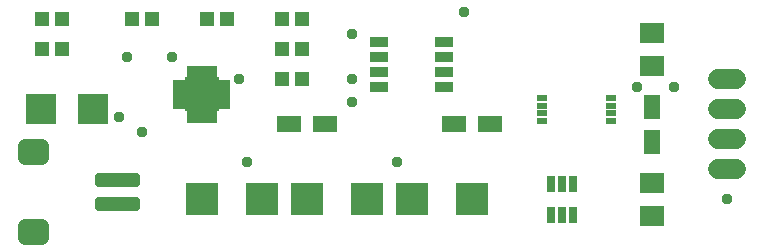
<source format=gbr>
G04 EAGLE Gerber RS-274X export*
G75*
%MOMM*%
%FSLAX34Y34*%
%LPD*%
%INSoldermask Top*%
%IPPOS*%
%AMOC8*
5,1,8,0,0,1.08239X$1,22.5*%
G01*
%ADD10R,2.753200X2.703200*%
%ADD11R,2.003200X1.803200*%
%ADD12R,2.603200X2.603200*%
%ADD13R,1.503200X0.903200*%
%ADD14C,0.697853*%
%ADD15C,1.211759*%
%ADD16R,1.203200X1.303200*%
%ADD17R,2.003200X1.403200*%
%ADD18R,1.403200X2.003200*%
%ADD19C,1.727200*%
%ADD20R,0.953200X0.503200*%
%ADD21R,1.016000X0.508000*%
%ADD22R,0.508000X1.016000*%
%ADD23R,2.997200X2.997200*%
%ADD24R,0.753200X1.403200*%
%ADD25C,0.959600*%


D10*
X343050Y50800D03*
X393550Y50800D03*
X165250Y50800D03*
X215750Y50800D03*
X254150Y50800D03*
X304650Y50800D03*
D11*
X546100Y64800D03*
X546100Y36800D03*
X546100Y163800D03*
X546100Y191800D03*
D12*
X72800Y127000D03*
X28800Y127000D03*
D13*
X370400Y171450D03*
X370400Y184150D03*
X370400Y158750D03*
X370400Y146050D03*
X315400Y171450D03*
X315400Y184150D03*
X315400Y158750D03*
X315400Y146050D03*
D14*
X109507Y64623D02*
X78453Y64623D01*
X78453Y69677D01*
X109507Y69677D01*
X109507Y64623D01*
X109507Y44623D02*
X78453Y44623D01*
X78453Y49677D01*
X109507Y49677D01*
X109507Y44623D01*
D15*
X29597Y86193D02*
X15683Y86193D01*
X15683Y96107D01*
X29597Y96107D01*
X29597Y86193D01*
X29597Y18193D02*
X15683Y18193D01*
X15683Y28107D01*
X29597Y28107D01*
X29597Y18193D01*
D16*
X105800Y203200D03*
X122800Y203200D03*
D17*
X268990Y114300D03*
X239010Y114300D03*
D18*
X546100Y129290D03*
X546100Y99310D03*
D17*
X378710Y114300D03*
X408690Y114300D03*
D16*
X29600Y203200D03*
X46600Y203200D03*
X249800Y177800D03*
X232800Y177800D03*
X249800Y203200D03*
X232800Y203200D03*
X249800Y152400D03*
X232800Y152400D03*
X46600Y177800D03*
X29600Y177800D03*
X169300Y203200D03*
X186300Y203200D03*
D19*
X601980Y76200D02*
X617220Y76200D01*
X617220Y101600D02*
X601980Y101600D01*
X601980Y127000D02*
X617220Y127000D01*
X617220Y152400D02*
X601980Y152400D01*
D20*
X453350Y136750D03*
X453350Y130250D03*
X453350Y123750D03*
X453350Y117250D03*
X511850Y117250D03*
X511850Y123750D03*
X511850Y130250D03*
X511850Y136750D03*
D21*
X146177Y149700D03*
X146177Y144700D03*
X146177Y139700D03*
X146177Y134700D03*
X146177Y129700D03*
D22*
X155100Y120777D03*
X160100Y120777D03*
X165100Y120777D03*
X170100Y120777D03*
X175100Y120777D03*
D21*
X184023Y129700D03*
X184023Y134700D03*
X184023Y139700D03*
X184023Y144700D03*
X184023Y149700D03*
D22*
X175100Y158623D03*
X170100Y158623D03*
X165100Y158623D03*
X160100Y158623D03*
X155100Y158623D03*
D23*
X165100Y139700D03*
D24*
X479400Y63800D03*
X469900Y63800D03*
X460400Y63800D03*
X460400Y37800D03*
X479400Y37800D03*
X469900Y37800D03*
D25*
X292100Y190500D03*
X292100Y152400D03*
X330200Y82550D03*
X114300Y107950D03*
X95250Y120650D03*
X139700Y170970D03*
X101600Y171450D03*
X203200Y82550D03*
X196370Y152400D03*
X292100Y133350D03*
X609600Y50800D03*
X387350Y209550D03*
X533400Y146050D03*
X565150Y146050D03*
M02*

</source>
